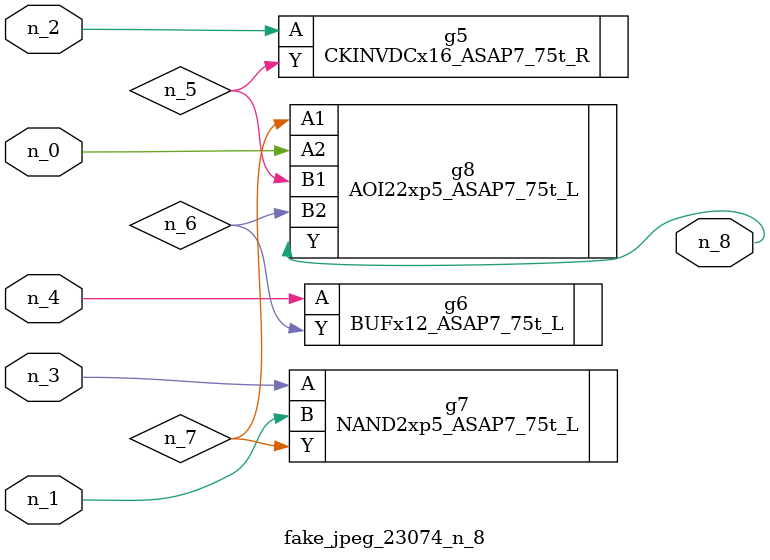
<source format=v>
module fake_jpeg_23074_n_8 (n_3, n_2, n_1, n_0, n_4, n_8);

input n_3;
input n_2;
input n_1;
input n_0;
input n_4;

output n_8;

wire n_6;
wire n_5;
wire n_7;

CKINVDCx16_ASAP7_75t_R g5 ( 
.A(n_2),
.Y(n_5)
);

BUFx12_ASAP7_75t_L g6 ( 
.A(n_4),
.Y(n_6)
);

NAND2xp5_ASAP7_75t_L g7 ( 
.A(n_3),
.B(n_1),
.Y(n_7)
);

AOI22xp5_ASAP7_75t_L g8 ( 
.A1(n_7),
.A2(n_0),
.B1(n_5),
.B2(n_6),
.Y(n_8)
);


endmodule
</source>
